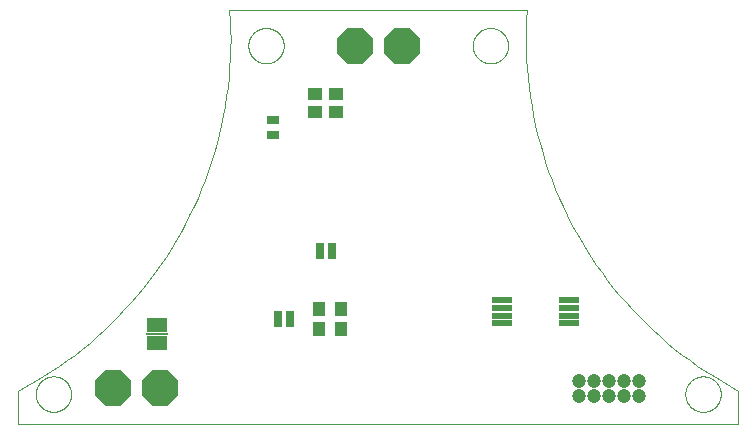
<source format=gbs>
G75*
%MOIN*%
%OFA0B0*%
%FSLAX25Y25*%
%IPPOS*%
%LPD*%
%AMOC8*
5,1,8,0,0,1.08239X$1,22.5*
%
%ADD10C,0.00000*%
%ADD11C,0.00039*%
%ADD12R,0.06581X0.02014*%
%ADD13C,0.04731*%
%ADD14R,0.04337X0.04731*%
%ADD15R,0.02900X0.05400*%
%ADD16R,0.06700X0.05000*%
%ADD17R,0.07200X0.00600*%
%ADD18OC8,0.12211*%
%ADD19R,0.04731X0.04337*%
%ADD20R,0.03943X0.03156*%
D10*
X0032750Y0016500D02*
X0032750Y0027524D01*
X0032750Y0016500D02*
X0272907Y0016500D01*
X0272907Y0027524D01*
X0272907Y0027523D02*
X0270093Y0029042D01*
X0267315Y0030628D01*
X0264577Y0032281D01*
X0261880Y0034000D01*
X0259225Y0035784D01*
X0256614Y0037631D01*
X0254048Y0039541D01*
X0251530Y0041513D01*
X0249060Y0043545D01*
X0246640Y0045636D01*
X0244271Y0047785D01*
X0241954Y0049991D01*
X0239692Y0052252D01*
X0237485Y0054567D01*
X0235335Y0056935D01*
X0233243Y0059354D01*
X0231210Y0061823D01*
X0229237Y0064341D01*
X0227326Y0066905D01*
X0225477Y0069515D01*
X0223692Y0072169D01*
X0221972Y0074866D01*
X0220318Y0077603D01*
X0218730Y0080380D01*
X0217210Y0083194D01*
X0215758Y0086044D01*
X0214376Y0088928D01*
X0213064Y0091845D01*
X0211823Y0094793D01*
X0210654Y0097770D01*
X0209557Y0100775D01*
X0208533Y0103805D01*
X0207582Y0106859D01*
X0206706Y0109935D01*
X0205905Y0113031D01*
X0205179Y0116146D01*
X0204528Y0119278D01*
X0203953Y0122424D01*
X0203455Y0125583D01*
X0203033Y0128754D01*
X0202688Y0131934D01*
X0202420Y0135121D01*
X0202229Y0138314D01*
X0202115Y0141510D01*
X0202079Y0144708D01*
X0202120Y0147906D01*
X0202239Y0151103D01*
X0202435Y0154295D01*
X0103222Y0154295D01*
X0103223Y0154295D02*
X0103419Y0151103D01*
X0103538Y0147906D01*
X0103579Y0144708D01*
X0103543Y0141510D01*
X0103429Y0138314D01*
X0103238Y0135121D01*
X0102970Y0131934D01*
X0102625Y0128754D01*
X0102203Y0125583D01*
X0101705Y0122424D01*
X0101130Y0119278D01*
X0100479Y0116146D01*
X0099753Y0113031D01*
X0098952Y0109935D01*
X0098076Y0106859D01*
X0097125Y0103805D01*
X0096101Y0100775D01*
X0095004Y0097770D01*
X0093835Y0094793D01*
X0092594Y0091845D01*
X0091282Y0088928D01*
X0089900Y0086044D01*
X0088448Y0083194D01*
X0086928Y0080380D01*
X0085340Y0077603D01*
X0083686Y0074866D01*
X0081966Y0072169D01*
X0080181Y0069515D01*
X0078332Y0066905D01*
X0076421Y0064341D01*
X0074448Y0061823D01*
X0072415Y0059354D01*
X0070323Y0056935D01*
X0068173Y0054567D01*
X0065966Y0052252D01*
X0063704Y0049991D01*
X0061387Y0047785D01*
X0059018Y0045636D01*
X0056598Y0043545D01*
X0054128Y0041513D01*
X0051610Y0039541D01*
X0049044Y0037631D01*
X0046433Y0035784D01*
X0043778Y0034000D01*
X0041081Y0032281D01*
X0038343Y0030628D01*
X0035565Y0029042D01*
X0032751Y0027523D01*
D11*
X0038655Y0026343D02*
X0038657Y0026496D01*
X0038663Y0026650D01*
X0038673Y0026803D01*
X0038687Y0026955D01*
X0038705Y0027108D01*
X0038727Y0027259D01*
X0038752Y0027410D01*
X0038782Y0027561D01*
X0038816Y0027711D01*
X0038853Y0027859D01*
X0038894Y0028007D01*
X0038939Y0028153D01*
X0038988Y0028299D01*
X0039041Y0028443D01*
X0039097Y0028585D01*
X0039157Y0028726D01*
X0039221Y0028866D01*
X0039288Y0029004D01*
X0039359Y0029140D01*
X0039434Y0029274D01*
X0039511Y0029406D01*
X0039593Y0029536D01*
X0039677Y0029664D01*
X0039765Y0029790D01*
X0039856Y0029913D01*
X0039950Y0030034D01*
X0040048Y0030152D01*
X0040148Y0030268D01*
X0040252Y0030381D01*
X0040358Y0030492D01*
X0040467Y0030600D01*
X0040579Y0030705D01*
X0040693Y0030806D01*
X0040811Y0030905D01*
X0040930Y0031001D01*
X0041052Y0031094D01*
X0041177Y0031183D01*
X0041304Y0031270D01*
X0041433Y0031352D01*
X0041564Y0031432D01*
X0041697Y0031508D01*
X0041832Y0031581D01*
X0041969Y0031650D01*
X0042108Y0031715D01*
X0042248Y0031777D01*
X0042390Y0031835D01*
X0042533Y0031890D01*
X0042678Y0031941D01*
X0042824Y0031988D01*
X0042971Y0032031D01*
X0043119Y0032070D01*
X0043268Y0032106D01*
X0043418Y0032137D01*
X0043569Y0032165D01*
X0043720Y0032189D01*
X0043873Y0032209D01*
X0044025Y0032225D01*
X0044178Y0032237D01*
X0044331Y0032245D01*
X0044484Y0032249D01*
X0044638Y0032249D01*
X0044791Y0032245D01*
X0044944Y0032237D01*
X0045097Y0032225D01*
X0045249Y0032209D01*
X0045402Y0032189D01*
X0045553Y0032165D01*
X0045704Y0032137D01*
X0045854Y0032106D01*
X0046003Y0032070D01*
X0046151Y0032031D01*
X0046298Y0031988D01*
X0046444Y0031941D01*
X0046589Y0031890D01*
X0046732Y0031835D01*
X0046874Y0031777D01*
X0047014Y0031715D01*
X0047153Y0031650D01*
X0047290Y0031581D01*
X0047425Y0031508D01*
X0047558Y0031432D01*
X0047689Y0031352D01*
X0047818Y0031270D01*
X0047945Y0031183D01*
X0048070Y0031094D01*
X0048192Y0031001D01*
X0048311Y0030905D01*
X0048429Y0030806D01*
X0048543Y0030705D01*
X0048655Y0030600D01*
X0048764Y0030492D01*
X0048870Y0030381D01*
X0048974Y0030268D01*
X0049074Y0030152D01*
X0049172Y0030034D01*
X0049266Y0029913D01*
X0049357Y0029790D01*
X0049445Y0029664D01*
X0049529Y0029536D01*
X0049611Y0029406D01*
X0049688Y0029274D01*
X0049763Y0029140D01*
X0049834Y0029004D01*
X0049901Y0028866D01*
X0049965Y0028726D01*
X0050025Y0028585D01*
X0050081Y0028443D01*
X0050134Y0028299D01*
X0050183Y0028153D01*
X0050228Y0028007D01*
X0050269Y0027859D01*
X0050306Y0027711D01*
X0050340Y0027561D01*
X0050370Y0027410D01*
X0050395Y0027259D01*
X0050417Y0027108D01*
X0050435Y0026955D01*
X0050449Y0026803D01*
X0050459Y0026650D01*
X0050465Y0026496D01*
X0050467Y0026343D01*
X0050465Y0026190D01*
X0050459Y0026036D01*
X0050449Y0025883D01*
X0050435Y0025731D01*
X0050417Y0025578D01*
X0050395Y0025427D01*
X0050370Y0025276D01*
X0050340Y0025125D01*
X0050306Y0024975D01*
X0050269Y0024827D01*
X0050228Y0024679D01*
X0050183Y0024533D01*
X0050134Y0024387D01*
X0050081Y0024243D01*
X0050025Y0024101D01*
X0049965Y0023960D01*
X0049901Y0023820D01*
X0049834Y0023682D01*
X0049763Y0023546D01*
X0049688Y0023412D01*
X0049611Y0023280D01*
X0049529Y0023150D01*
X0049445Y0023022D01*
X0049357Y0022896D01*
X0049266Y0022773D01*
X0049172Y0022652D01*
X0049074Y0022534D01*
X0048974Y0022418D01*
X0048870Y0022305D01*
X0048764Y0022194D01*
X0048655Y0022086D01*
X0048543Y0021981D01*
X0048429Y0021880D01*
X0048311Y0021781D01*
X0048192Y0021685D01*
X0048070Y0021592D01*
X0047945Y0021503D01*
X0047818Y0021416D01*
X0047689Y0021334D01*
X0047558Y0021254D01*
X0047425Y0021178D01*
X0047290Y0021105D01*
X0047153Y0021036D01*
X0047014Y0020971D01*
X0046874Y0020909D01*
X0046732Y0020851D01*
X0046589Y0020796D01*
X0046444Y0020745D01*
X0046298Y0020698D01*
X0046151Y0020655D01*
X0046003Y0020616D01*
X0045854Y0020580D01*
X0045704Y0020549D01*
X0045553Y0020521D01*
X0045402Y0020497D01*
X0045249Y0020477D01*
X0045097Y0020461D01*
X0044944Y0020449D01*
X0044791Y0020441D01*
X0044638Y0020437D01*
X0044484Y0020437D01*
X0044331Y0020441D01*
X0044178Y0020449D01*
X0044025Y0020461D01*
X0043873Y0020477D01*
X0043720Y0020497D01*
X0043569Y0020521D01*
X0043418Y0020549D01*
X0043268Y0020580D01*
X0043119Y0020616D01*
X0042971Y0020655D01*
X0042824Y0020698D01*
X0042678Y0020745D01*
X0042533Y0020796D01*
X0042390Y0020851D01*
X0042248Y0020909D01*
X0042108Y0020971D01*
X0041969Y0021036D01*
X0041832Y0021105D01*
X0041697Y0021178D01*
X0041564Y0021254D01*
X0041433Y0021334D01*
X0041304Y0021416D01*
X0041177Y0021503D01*
X0041052Y0021592D01*
X0040930Y0021685D01*
X0040811Y0021781D01*
X0040693Y0021880D01*
X0040579Y0021981D01*
X0040467Y0022086D01*
X0040358Y0022194D01*
X0040252Y0022305D01*
X0040148Y0022418D01*
X0040048Y0022534D01*
X0039950Y0022652D01*
X0039856Y0022773D01*
X0039765Y0022896D01*
X0039677Y0023022D01*
X0039593Y0023150D01*
X0039511Y0023280D01*
X0039434Y0023412D01*
X0039359Y0023546D01*
X0039288Y0023682D01*
X0039221Y0023820D01*
X0039157Y0023960D01*
X0039097Y0024101D01*
X0039041Y0024243D01*
X0038988Y0024387D01*
X0038939Y0024533D01*
X0038894Y0024679D01*
X0038853Y0024827D01*
X0038816Y0024975D01*
X0038782Y0025125D01*
X0038752Y0025276D01*
X0038727Y0025427D01*
X0038705Y0025578D01*
X0038687Y0025731D01*
X0038673Y0025883D01*
X0038663Y0026036D01*
X0038657Y0026190D01*
X0038655Y0026343D01*
X0109521Y0142484D02*
X0109523Y0142637D01*
X0109529Y0142791D01*
X0109539Y0142944D01*
X0109553Y0143096D01*
X0109571Y0143249D01*
X0109593Y0143400D01*
X0109618Y0143551D01*
X0109648Y0143702D01*
X0109682Y0143852D01*
X0109719Y0144000D01*
X0109760Y0144148D01*
X0109805Y0144294D01*
X0109854Y0144440D01*
X0109907Y0144584D01*
X0109963Y0144726D01*
X0110023Y0144867D01*
X0110087Y0145007D01*
X0110154Y0145145D01*
X0110225Y0145281D01*
X0110300Y0145415D01*
X0110377Y0145547D01*
X0110459Y0145677D01*
X0110543Y0145805D01*
X0110631Y0145931D01*
X0110722Y0146054D01*
X0110816Y0146175D01*
X0110914Y0146293D01*
X0111014Y0146409D01*
X0111118Y0146522D01*
X0111224Y0146633D01*
X0111333Y0146741D01*
X0111445Y0146846D01*
X0111559Y0146947D01*
X0111677Y0147046D01*
X0111796Y0147142D01*
X0111918Y0147235D01*
X0112043Y0147324D01*
X0112170Y0147411D01*
X0112299Y0147493D01*
X0112430Y0147573D01*
X0112563Y0147649D01*
X0112698Y0147722D01*
X0112835Y0147791D01*
X0112974Y0147856D01*
X0113114Y0147918D01*
X0113256Y0147976D01*
X0113399Y0148031D01*
X0113544Y0148082D01*
X0113690Y0148129D01*
X0113837Y0148172D01*
X0113985Y0148211D01*
X0114134Y0148247D01*
X0114284Y0148278D01*
X0114435Y0148306D01*
X0114586Y0148330D01*
X0114739Y0148350D01*
X0114891Y0148366D01*
X0115044Y0148378D01*
X0115197Y0148386D01*
X0115350Y0148390D01*
X0115504Y0148390D01*
X0115657Y0148386D01*
X0115810Y0148378D01*
X0115963Y0148366D01*
X0116115Y0148350D01*
X0116268Y0148330D01*
X0116419Y0148306D01*
X0116570Y0148278D01*
X0116720Y0148247D01*
X0116869Y0148211D01*
X0117017Y0148172D01*
X0117164Y0148129D01*
X0117310Y0148082D01*
X0117455Y0148031D01*
X0117598Y0147976D01*
X0117740Y0147918D01*
X0117880Y0147856D01*
X0118019Y0147791D01*
X0118156Y0147722D01*
X0118291Y0147649D01*
X0118424Y0147573D01*
X0118555Y0147493D01*
X0118684Y0147411D01*
X0118811Y0147324D01*
X0118936Y0147235D01*
X0119058Y0147142D01*
X0119177Y0147046D01*
X0119295Y0146947D01*
X0119409Y0146846D01*
X0119521Y0146741D01*
X0119630Y0146633D01*
X0119736Y0146522D01*
X0119840Y0146409D01*
X0119940Y0146293D01*
X0120038Y0146175D01*
X0120132Y0146054D01*
X0120223Y0145931D01*
X0120311Y0145805D01*
X0120395Y0145677D01*
X0120477Y0145547D01*
X0120554Y0145415D01*
X0120629Y0145281D01*
X0120700Y0145145D01*
X0120767Y0145007D01*
X0120831Y0144867D01*
X0120891Y0144726D01*
X0120947Y0144584D01*
X0121000Y0144440D01*
X0121049Y0144294D01*
X0121094Y0144148D01*
X0121135Y0144000D01*
X0121172Y0143852D01*
X0121206Y0143702D01*
X0121236Y0143551D01*
X0121261Y0143400D01*
X0121283Y0143249D01*
X0121301Y0143096D01*
X0121315Y0142944D01*
X0121325Y0142791D01*
X0121331Y0142637D01*
X0121333Y0142484D01*
X0121331Y0142331D01*
X0121325Y0142177D01*
X0121315Y0142024D01*
X0121301Y0141872D01*
X0121283Y0141719D01*
X0121261Y0141568D01*
X0121236Y0141417D01*
X0121206Y0141266D01*
X0121172Y0141116D01*
X0121135Y0140968D01*
X0121094Y0140820D01*
X0121049Y0140674D01*
X0121000Y0140528D01*
X0120947Y0140384D01*
X0120891Y0140242D01*
X0120831Y0140101D01*
X0120767Y0139961D01*
X0120700Y0139823D01*
X0120629Y0139687D01*
X0120554Y0139553D01*
X0120477Y0139421D01*
X0120395Y0139291D01*
X0120311Y0139163D01*
X0120223Y0139037D01*
X0120132Y0138914D01*
X0120038Y0138793D01*
X0119940Y0138675D01*
X0119840Y0138559D01*
X0119736Y0138446D01*
X0119630Y0138335D01*
X0119521Y0138227D01*
X0119409Y0138122D01*
X0119295Y0138021D01*
X0119177Y0137922D01*
X0119058Y0137826D01*
X0118936Y0137733D01*
X0118811Y0137644D01*
X0118684Y0137557D01*
X0118555Y0137475D01*
X0118424Y0137395D01*
X0118291Y0137319D01*
X0118156Y0137246D01*
X0118019Y0137177D01*
X0117880Y0137112D01*
X0117740Y0137050D01*
X0117598Y0136992D01*
X0117455Y0136937D01*
X0117310Y0136886D01*
X0117164Y0136839D01*
X0117017Y0136796D01*
X0116869Y0136757D01*
X0116720Y0136721D01*
X0116570Y0136690D01*
X0116419Y0136662D01*
X0116268Y0136638D01*
X0116115Y0136618D01*
X0115963Y0136602D01*
X0115810Y0136590D01*
X0115657Y0136582D01*
X0115504Y0136578D01*
X0115350Y0136578D01*
X0115197Y0136582D01*
X0115044Y0136590D01*
X0114891Y0136602D01*
X0114739Y0136618D01*
X0114586Y0136638D01*
X0114435Y0136662D01*
X0114284Y0136690D01*
X0114134Y0136721D01*
X0113985Y0136757D01*
X0113837Y0136796D01*
X0113690Y0136839D01*
X0113544Y0136886D01*
X0113399Y0136937D01*
X0113256Y0136992D01*
X0113114Y0137050D01*
X0112974Y0137112D01*
X0112835Y0137177D01*
X0112698Y0137246D01*
X0112563Y0137319D01*
X0112430Y0137395D01*
X0112299Y0137475D01*
X0112170Y0137557D01*
X0112043Y0137644D01*
X0111918Y0137733D01*
X0111796Y0137826D01*
X0111677Y0137922D01*
X0111559Y0138021D01*
X0111445Y0138122D01*
X0111333Y0138227D01*
X0111224Y0138335D01*
X0111118Y0138446D01*
X0111014Y0138559D01*
X0110914Y0138675D01*
X0110816Y0138793D01*
X0110722Y0138914D01*
X0110631Y0139037D01*
X0110543Y0139163D01*
X0110459Y0139291D01*
X0110377Y0139421D01*
X0110300Y0139553D01*
X0110225Y0139687D01*
X0110154Y0139823D01*
X0110087Y0139961D01*
X0110023Y0140101D01*
X0109963Y0140242D01*
X0109907Y0140384D01*
X0109854Y0140528D01*
X0109805Y0140674D01*
X0109760Y0140820D01*
X0109719Y0140968D01*
X0109682Y0141116D01*
X0109648Y0141266D01*
X0109618Y0141417D01*
X0109593Y0141568D01*
X0109571Y0141719D01*
X0109553Y0141872D01*
X0109539Y0142024D01*
X0109529Y0142177D01*
X0109523Y0142331D01*
X0109521Y0142484D01*
X0184324Y0142484D02*
X0184326Y0142637D01*
X0184332Y0142791D01*
X0184342Y0142944D01*
X0184356Y0143096D01*
X0184374Y0143249D01*
X0184396Y0143400D01*
X0184421Y0143551D01*
X0184451Y0143702D01*
X0184485Y0143852D01*
X0184522Y0144000D01*
X0184563Y0144148D01*
X0184608Y0144294D01*
X0184657Y0144440D01*
X0184710Y0144584D01*
X0184766Y0144726D01*
X0184826Y0144867D01*
X0184890Y0145007D01*
X0184957Y0145145D01*
X0185028Y0145281D01*
X0185103Y0145415D01*
X0185180Y0145547D01*
X0185262Y0145677D01*
X0185346Y0145805D01*
X0185434Y0145931D01*
X0185525Y0146054D01*
X0185619Y0146175D01*
X0185717Y0146293D01*
X0185817Y0146409D01*
X0185921Y0146522D01*
X0186027Y0146633D01*
X0186136Y0146741D01*
X0186248Y0146846D01*
X0186362Y0146947D01*
X0186480Y0147046D01*
X0186599Y0147142D01*
X0186721Y0147235D01*
X0186846Y0147324D01*
X0186973Y0147411D01*
X0187102Y0147493D01*
X0187233Y0147573D01*
X0187366Y0147649D01*
X0187501Y0147722D01*
X0187638Y0147791D01*
X0187777Y0147856D01*
X0187917Y0147918D01*
X0188059Y0147976D01*
X0188202Y0148031D01*
X0188347Y0148082D01*
X0188493Y0148129D01*
X0188640Y0148172D01*
X0188788Y0148211D01*
X0188937Y0148247D01*
X0189087Y0148278D01*
X0189238Y0148306D01*
X0189389Y0148330D01*
X0189542Y0148350D01*
X0189694Y0148366D01*
X0189847Y0148378D01*
X0190000Y0148386D01*
X0190153Y0148390D01*
X0190307Y0148390D01*
X0190460Y0148386D01*
X0190613Y0148378D01*
X0190766Y0148366D01*
X0190918Y0148350D01*
X0191071Y0148330D01*
X0191222Y0148306D01*
X0191373Y0148278D01*
X0191523Y0148247D01*
X0191672Y0148211D01*
X0191820Y0148172D01*
X0191967Y0148129D01*
X0192113Y0148082D01*
X0192258Y0148031D01*
X0192401Y0147976D01*
X0192543Y0147918D01*
X0192683Y0147856D01*
X0192822Y0147791D01*
X0192959Y0147722D01*
X0193094Y0147649D01*
X0193227Y0147573D01*
X0193358Y0147493D01*
X0193487Y0147411D01*
X0193614Y0147324D01*
X0193739Y0147235D01*
X0193861Y0147142D01*
X0193980Y0147046D01*
X0194098Y0146947D01*
X0194212Y0146846D01*
X0194324Y0146741D01*
X0194433Y0146633D01*
X0194539Y0146522D01*
X0194643Y0146409D01*
X0194743Y0146293D01*
X0194841Y0146175D01*
X0194935Y0146054D01*
X0195026Y0145931D01*
X0195114Y0145805D01*
X0195198Y0145677D01*
X0195280Y0145547D01*
X0195357Y0145415D01*
X0195432Y0145281D01*
X0195503Y0145145D01*
X0195570Y0145007D01*
X0195634Y0144867D01*
X0195694Y0144726D01*
X0195750Y0144584D01*
X0195803Y0144440D01*
X0195852Y0144294D01*
X0195897Y0144148D01*
X0195938Y0144000D01*
X0195975Y0143852D01*
X0196009Y0143702D01*
X0196039Y0143551D01*
X0196064Y0143400D01*
X0196086Y0143249D01*
X0196104Y0143096D01*
X0196118Y0142944D01*
X0196128Y0142791D01*
X0196134Y0142637D01*
X0196136Y0142484D01*
X0196134Y0142331D01*
X0196128Y0142177D01*
X0196118Y0142024D01*
X0196104Y0141872D01*
X0196086Y0141719D01*
X0196064Y0141568D01*
X0196039Y0141417D01*
X0196009Y0141266D01*
X0195975Y0141116D01*
X0195938Y0140968D01*
X0195897Y0140820D01*
X0195852Y0140674D01*
X0195803Y0140528D01*
X0195750Y0140384D01*
X0195694Y0140242D01*
X0195634Y0140101D01*
X0195570Y0139961D01*
X0195503Y0139823D01*
X0195432Y0139687D01*
X0195357Y0139553D01*
X0195280Y0139421D01*
X0195198Y0139291D01*
X0195114Y0139163D01*
X0195026Y0139037D01*
X0194935Y0138914D01*
X0194841Y0138793D01*
X0194743Y0138675D01*
X0194643Y0138559D01*
X0194539Y0138446D01*
X0194433Y0138335D01*
X0194324Y0138227D01*
X0194212Y0138122D01*
X0194098Y0138021D01*
X0193980Y0137922D01*
X0193861Y0137826D01*
X0193739Y0137733D01*
X0193614Y0137644D01*
X0193487Y0137557D01*
X0193358Y0137475D01*
X0193227Y0137395D01*
X0193094Y0137319D01*
X0192959Y0137246D01*
X0192822Y0137177D01*
X0192683Y0137112D01*
X0192543Y0137050D01*
X0192401Y0136992D01*
X0192258Y0136937D01*
X0192113Y0136886D01*
X0191967Y0136839D01*
X0191820Y0136796D01*
X0191672Y0136757D01*
X0191523Y0136721D01*
X0191373Y0136690D01*
X0191222Y0136662D01*
X0191071Y0136638D01*
X0190918Y0136618D01*
X0190766Y0136602D01*
X0190613Y0136590D01*
X0190460Y0136582D01*
X0190307Y0136578D01*
X0190153Y0136578D01*
X0190000Y0136582D01*
X0189847Y0136590D01*
X0189694Y0136602D01*
X0189542Y0136618D01*
X0189389Y0136638D01*
X0189238Y0136662D01*
X0189087Y0136690D01*
X0188937Y0136721D01*
X0188788Y0136757D01*
X0188640Y0136796D01*
X0188493Y0136839D01*
X0188347Y0136886D01*
X0188202Y0136937D01*
X0188059Y0136992D01*
X0187917Y0137050D01*
X0187777Y0137112D01*
X0187638Y0137177D01*
X0187501Y0137246D01*
X0187366Y0137319D01*
X0187233Y0137395D01*
X0187102Y0137475D01*
X0186973Y0137557D01*
X0186846Y0137644D01*
X0186721Y0137733D01*
X0186599Y0137826D01*
X0186480Y0137922D01*
X0186362Y0138021D01*
X0186248Y0138122D01*
X0186136Y0138227D01*
X0186027Y0138335D01*
X0185921Y0138446D01*
X0185817Y0138559D01*
X0185717Y0138675D01*
X0185619Y0138793D01*
X0185525Y0138914D01*
X0185434Y0139037D01*
X0185346Y0139163D01*
X0185262Y0139291D01*
X0185180Y0139421D01*
X0185103Y0139553D01*
X0185028Y0139687D01*
X0184957Y0139823D01*
X0184890Y0139961D01*
X0184826Y0140101D01*
X0184766Y0140242D01*
X0184710Y0140384D01*
X0184657Y0140528D01*
X0184608Y0140674D01*
X0184563Y0140820D01*
X0184522Y0140968D01*
X0184485Y0141116D01*
X0184451Y0141266D01*
X0184421Y0141417D01*
X0184396Y0141568D01*
X0184374Y0141719D01*
X0184356Y0141872D01*
X0184342Y0142024D01*
X0184332Y0142177D01*
X0184326Y0142331D01*
X0184324Y0142484D01*
X0255190Y0026343D02*
X0255192Y0026496D01*
X0255198Y0026650D01*
X0255208Y0026803D01*
X0255222Y0026955D01*
X0255240Y0027108D01*
X0255262Y0027259D01*
X0255287Y0027410D01*
X0255317Y0027561D01*
X0255351Y0027711D01*
X0255388Y0027859D01*
X0255429Y0028007D01*
X0255474Y0028153D01*
X0255523Y0028299D01*
X0255576Y0028443D01*
X0255632Y0028585D01*
X0255692Y0028726D01*
X0255756Y0028866D01*
X0255823Y0029004D01*
X0255894Y0029140D01*
X0255969Y0029274D01*
X0256046Y0029406D01*
X0256128Y0029536D01*
X0256212Y0029664D01*
X0256300Y0029790D01*
X0256391Y0029913D01*
X0256485Y0030034D01*
X0256583Y0030152D01*
X0256683Y0030268D01*
X0256787Y0030381D01*
X0256893Y0030492D01*
X0257002Y0030600D01*
X0257114Y0030705D01*
X0257228Y0030806D01*
X0257346Y0030905D01*
X0257465Y0031001D01*
X0257587Y0031094D01*
X0257712Y0031183D01*
X0257839Y0031270D01*
X0257968Y0031352D01*
X0258099Y0031432D01*
X0258232Y0031508D01*
X0258367Y0031581D01*
X0258504Y0031650D01*
X0258643Y0031715D01*
X0258783Y0031777D01*
X0258925Y0031835D01*
X0259068Y0031890D01*
X0259213Y0031941D01*
X0259359Y0031988D01*
X0259506Y0032031D01*
X0259654Y0032070D01*
X0259803Y0032106D01*
X0259953Y0032137D01*
X0260104Y0032165D01*
X0260255Y0032189D01*
X0260408Y0032209D01*
X0260560Y0032225D01*
X0260713Y0032237D01*
X0260866Y0032245D01*
X0261019Y0032249D01*
X0261173Y0032249D01*
X0261326Y0032245D01*
X0261479Y0032237D01*
X0261632Y0032225D01*
X0261784Y0032209D01*
X0261937Y0032189D01*
X0262088Y0032165D01*
X0262239Y0032137D01*
X0262389Y0032106D01*
X0262538Y0032070D01*
X0262686Y0032031D01*
X0262833Y0031988D01*
X0262979Y0031941D01*
X0263124Y0031890D01*
X0263267Y0031835D01*
X0263409Y0031777D01*
X0263549Y0031715D01*
X0263688Y0031650D01*
X0263825Y0031581D01*
X0263960Y0031508D01*
X0264093Y0031432D01*
X0264224Y0031352D01*
X0264353Y0031270D01*
X0264480Y0031183D01*
X0264605Y0031094D01*
X0264727Y0031001D01*
X0264846Y0030905D01*
X0264964Y0030806D01*
X0265078Y0030705D01*
X0265190Y0030600D01*
X0265299Y0030492D01*
X0265405Y0030381D01*
X0265509Y0030268D01*
X0265609Y0030152D01*
X0265707Y0030034D01*
X0265801Y0029913D01*
X0265892Y0029790D01*
X0265980Y0029664D01*
X0266064Y0029536D01*
X0266146Y0029406D01*
X0266223Y0029274D01*
X0266298Y0029140D01*
X0266369Y0029004D01*
X0266436Y0028866D01*
X0266500Y0028726D01*
X0266560Y0028585D01*
X0266616Y0028443D01*
X0266669Y0028299D01*
X0266718Y0028153D01*
X0266763Y0028007D01*
X0266804Y0027859D01*
X0266841Y0027711D01*
X0266875Y0027561D01*
X0266905Y0027410D01*
X0266930Y0027259D01*
X0266952Y0027108D01*
X0266970Y0026955D01*
X0266984Y0026803D01*
X0266994Y0026650D01*
X0267000Y0026496D01*
X0267002Y0026343D01*
X0267000Y0026190D01*
X0266994Y0026036D01*
X0266984Y0025883D01*
X0266970Y0025731D01*
X0266952Y0025578D01*
X0266930Y0025427D01*
X0266905Y0025276D01*
X0266875Y0025125D01*
X0266841Y0024975D01*
X0266804Y0024827D01*
X0266763Y0024679D01*
X0266718Y0024533D01*
X0266669Y0024387D01*
X0266616Y0024243D01*
X0266560Y0024101D01*
X0266500Y0023960D01*
X0266436Y0023820D01*
X0266369Y0023682D01*
X0266298Y0023546D01*
X0266223Y0023412D01*
X0266146Y0023280D01*
X0266064Y0023150D01*
X0265980Y0023022D01*
X0265892Y0022896D01*
X0265801Y0022773D01*
X0265707Y0022652D01*
X0265609Y0022534D01*
X0265509Y0022418D01*
X0265405Y0022305D01*
X0265299Y0022194D01*
X0265190Y0022086D01*
X0265078Y0021981D01*
X0264964Y0021880D01*
X0264846Y0021781D01*
X0264727Y0021685D01*
X0264605Y0021592D01*
X0264480Y0021503D01*
X0264353Y0021416D01*
X0264224Y0021334D01*
X0264093Y0021254D01*
X0263960Y0021178D01*
X0263825Y0021105D01*
X0263688Y0021036D01*
X0263549Y0020971D01*
X0263409Y0020909D01*
X0263267Y0020851D01*
X0263124Y0020796D01*
X0262979Y0020745D01*
X0262833Y0020698D01*
X0262686Y0020655D01*
X0262538Y0020616D01*
X0262389Y0020580D01*
X0262239Y0020549D01*
X0262088Y0020521D01*
X0261937Y0020497D01*
X0261784Y0020477D01*
X0261632Y0020461D01*
X0261479Y0020449D01*
X0261326Y0020441D01*
X0261173Y0020437D01*
X0261019Y0020437D01*
X0260866Y0020441D01*
X0260713Y0020449D01*
X0260560Y0020461D01*
X0260408Y0020477D01*
X0260255Y0020497D01*
X0260104Y0020521D01*
X0259953Y0020549D01*
X0259803Y0020580D01*
X0259654Y0020616D01*
X0259506Y0020655D01*
X0259359Y0020698D01*
X0259213Y0020745D01*
X0259068Y0020796D01*
X0258925Y0020851D01*
X0258783Y0020909D01*
X0258643Y0020971D01*
X0258504Y0021036D01*
X0258367Y0021105D01*
X0258232Y0021178D01*
X0258099Y0021254D01*
X0257968Y0021334D01*
X0257839Y0021416D01*
X0257712Y0021503D01*
X0257587Y0021592D01*
X0257465Y0021685D01*
X0257346Y0021781D01*
X0257228Y0021880D01*
X0257114Y0021981D01*
X0257002Y0022086D01*
X0256893Y0022194D01*
X0256787Y0022305D01*
X0256683Y0022418D01*
X0256583Y0022534D01*
X0256485Y0022652D01*
X0256391Y0022773D01*
X0256300Y0022896D01*
X0256212Y0023022D01*
X0256128Y0023150D01*
X0256046Y0023280D01*
X0255969Y0023412D01*
X0255894Y0023546D01*
X0255823Y0023682D01*
X0255756Y0023820D01*
X0255692Y0023960D01*
X0255632Y0024101D01*
X0255576Y0024243D01*
X0255523Y0024387D01*
X0255474Y0024533D01*
X0255429Y0024679D01*
X0255388Y0024827D01*
X0255351Y0024975D01*
X0255317Y0025125D01*
X0255287Y0025276D01*
X0255262Y0025427D01*
X0255240Y0025578D01*
X0255222Y0025731D01*
X0255208Y0025883D01*
X0255198Y0026036D01*
X0255192Y0026190D01*
X0255190Y0026343D01*
D12*
X0216520Y0049886D03*
X0216520Y0052445D03*
X0216520Y0055004D03*
X0216520Y0057563D03*
X0193921Y0057563D03*
X0193921Y0055004D03*
X0193921Y0052445D03*
X0193921Y0049886D03*
D13*
X0219600Y0030811D03*
X0224600Y0030811D03*
X0229600Y0030811D03*
X0234600Y0030811D03*
X0239600Y0030811D03*
X0239600Y0025811D03*
X0234600Y0025811D03*
X0229600Y0025811D03*
X0224600Y0025811D03*
X0219600Y0025811D03*
D14*
X0140250Y0048154D03*
X0133026Y0048124D03*
X0133026Y0054817D03*
X0140250Y0054846D03*
D15*
X0123500Y0051500D03*
X0119500Y0051500D03*
X0133250Y0074000D03*
X0137250Y0074000D03*
D16*
X0079000Y0049500D03*
X0079000Y0043500D03*
D17*
X0079000Y0046500D03*
D18*
X0079994Y0028311D03*
X0064246Y0028311D03*
X0144955Y0142484D03*
X0160703Y0142484D03*
D19*
X0138596Y0126500D03*
X0131904Y0126500D03*
X0131904Y0120250D03*
X0138596Y0120250D03*
D20*
X0117750Y0117809D03*
X0117750Y0112691D03*
M02*

</source>
